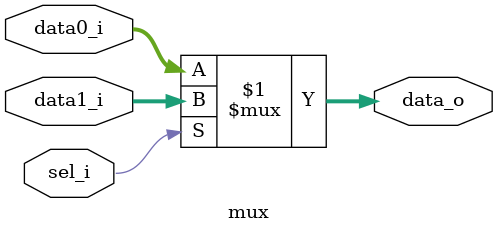
<source format=v>
module mux #(
    parameter DATA_WIDTH = 32
) (
    input  [DATA_WIDTH-1:0] data0_i,
    input  [DATA_WIDTH-1:0] data1_i,
    input  sel_i,
    output [DATA_WIDTH-1:0] data_o
);

    assign data_o = sel_i ? data1_i : data0_i;

endmodule
</source>
